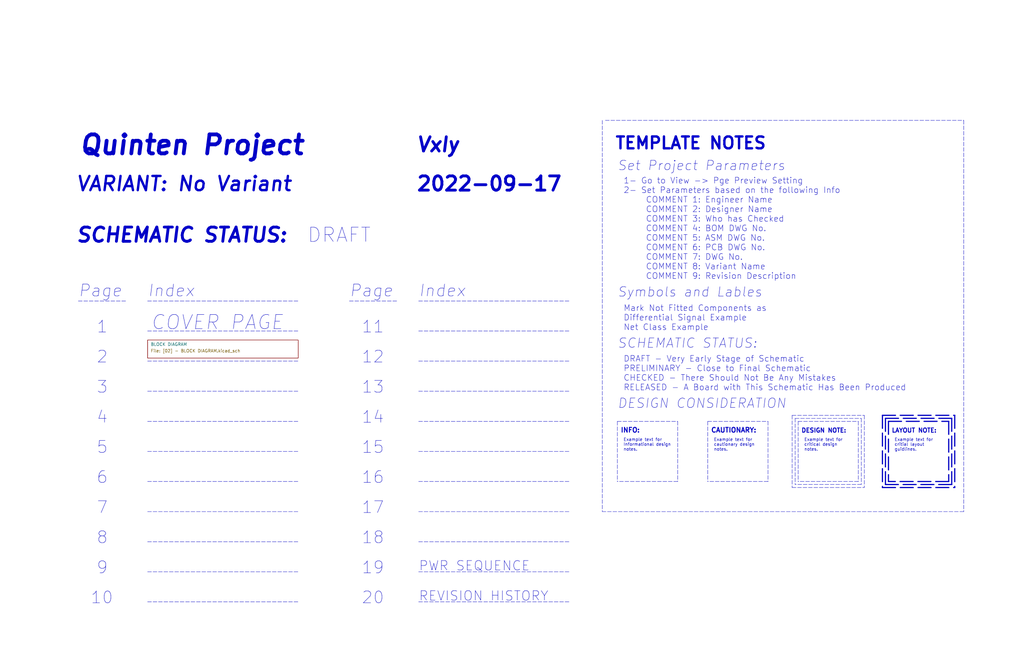
<source format=kicad_sch>
(kicad_sch (version 20211123) (generator eeschema)
  (paper "B")
  (title_block (title "Quinten Project") (date "2022-09-17") (rev "VxIy") (company "Siavash Taher Parvar") (comment 1 "Siavash Taher Parvar") (comment 2 "Siavash Taher Parvar") (comment 3 "Siavash Taher Parvar") (comment 4 "PT_091722_2") (comment 5 "PT_091722_3") (comment 6 "PT_091722_4") (comment 7 "PT_091722_1") (comment 8 "No Variant") (comment 9 "N/A"))
  (lib_symbols)
  (polyline (pts (xy 62.23 190.5) (xy 125.73 190.5)))
  (polyline (pts (xy 62.23 254) (xy 125.73 254)))
  (polyline (pts (xy 406.4 50.8) (xy 406.4 215.9)))
  (polyline (pts (xy 373.38 176.53) (xy 401.32 176.53)) (stroke (width 0.5)))
  (polyline (pts (xy 374.65 177.8) (xy 400.05 177.8)) (stroke (width 0.5)))
  (polyline (pts (xy 62.23 152.4) (xy 125.73 152.4)))
  (polyline (pts (xy 62.23 228.6) (xy 125.73 228.6)))
  (polyline (pts (xy 62.23 241.3) (xy 125.73 241.3)))
  (polyline (pts (xy 33.02 127) (xy 53.34 127)))
  (polyline (pts (xy 323.85 203.2) (xy 298.45 203.2)))
  (polyline (pts (xy 176.53 215.9) (xy 240.03 215.9)))
  (polyline (pts (xy 372.11 175.26) (xy 372.11 205.74)) (stroke (width 0.5)))
  (polyline (pts (xy 363.22 204.47) (xy 335.28 204.47)))
  (polyline (pts (xy 176.53 190.5) (xy 240.03 190.5)))
  (polyline (pts (xy 336.55 177.8) (xy 336.55 203.2)))
  (polyline (pts (xy 401.32 176.53) (xy 401.32 204.47)) (stroke (width 0.5)))
  (polyline (pts (xy 62.23 215.9) (xy 125.73 215.9)))
  (polyline (pts (xy 176.53 203.2) (xy 240.03 203.2)))
  (polyline (pts (xy 334.01 205.74) (xy 364.49 205.74)))
  (polyline (pts (xy 323.85 177.8) (xy 323.85 203.2)))
  (polyline (pts (xy 335.28 176.53) (xy 335.28 204.47)))
  (polyline (pts (xy 62.23 177.8) (xy 125.73 177.8)))
  (polyline (pts (xy 372.11 205.74) (xy 402.59 205.74)) (stroke (width 0.5)))
  (polyline (pts (xy 176.53 139.7) (xy 240.03 139.7)))
  (polyline (pts (xy 176.53 152.4) (xy 240.03 152.4)))
  (polyline (pts (xy 402.59 175.26) (xy 402.59 205.74)) (stroke (width 0.5)))
  (polyline (pts (xy 336.55 177.8) (xy 361.95 177.8)))
  (polyline (pts (xy 260.35 177.8) (xy 285.75 177.8)))
  (polyline (pts (xy 334.01 175.26) (xy 364.49 175.26)))
  (polyline (pts (xy 373.38 176.53) (xy 373.38 204.47)) (stroke (width 0.5)))
  (polyline (pts (xy 335.28 176.53) (xy 363.22 176.53)))
  (polyline (pts (xy 176.53 228.6) (xy 240.03 228.6)))
  (polyline (pts (xy 374.65 177.8) (xy 374.65 203.2)) (stroke (width 0.5)))
  (polyline (pts (xy 285.75 203.2) (xy 260.35 203.2)))
  (polyline (pts (xy 364.49 175.26) (xy 364.49 205.74)))
  (polyline (pts (xy 400.05 177.8) (xy 400.05 203.2)) (stroke (width 0.5)))
  (polyline (pts (xy 361.95 177.8) (xy 361.95 203.2)))
  (polyline (pts (xy 363.22 176.53) (xy 363.22 204.47)))
  (polyline (pts (xy 147.32 127) (xy 167.64 127)))
  (polyline (pts (xy 401.32 204.47) (xy 373.38 204.47)) (stroke (width 0.5)))
  (polyline (pts (xy 255.27 50.8) (xy 406.4 50.8)))
  (polyline (pts (xy 298.45 177.8) (xy 323.85 177.8)))
  (polyline (pts (xy 298.45 177.8) (xy 298.45 203.2)))
  (polyline (pts (xy 62.23 203.2) (xy 125.73 203.2)))
  (polyline (pts (xy 400.05 203.2) (xy 374.65 203.2)) (stroke (width 0.5)))
  (polyline (pts (xy 406.4 215.9) (xy 254 215.9)))
  (polyline (pts (xy 285.75 177.8) (xy 285.75 203.2)))
  (polyline (pts (xy 176.53 177.8) (xy 240.03 177.8)))
  (polyline (pts (xy 176.53 127) (xy 240.03 127)))
  (polyline (pts (xy 372.11 175.26) (xy 402.59 175.26)) (stroke (width 0.5)))
  (polyline (pts (xy 176.53 241.3) (xy 240.03 241.3)))
  (polyline (pts (xy 260.35 177.8) (xy 260.35 203.2)))
  (polyline (pts (xy 176.53 165.1) (xy 240.03 165.1)))
  (polyline (pts (xy 62.23 139.7) (xy 125.73 139.7)))
  (polyline (pts (xy 254 50.8) (xy 254 215.9)))
  (polyline (pts (xy 361.95 203.2) (xy 336.55 203.2)))
  (polyline (pts (xy 176.53 254) (xy 240.03 254)))
  (polyline (pts (xy 62.23 127) (xy 125.73 127)))
  (polyline (pts (xy 62.23 165.1) (xy 125.73 165.1)))
  (polyline (pts (xy 334.01 175.26) (xy 334.01 205.74)))
  (text "9" (at 40.64 242.57 0) (effects (font (size 5 5)) (justify left bottom)))
  (text "12" (at 152.4 153.67 0) (effects (font (size 5 5)) (justify left bottom)))
  (text "CAUTIONARY:" (at 299.72 182.88 0) (effects (font (size 2 2) bold) (justify left bottom)))
  (text "10" (at 38.1 255.27 0) (effects (font (size 5 5)) (justify left bottom)))
  (text "DESIGN CONSIDERATION" (at 260.35 172.72 0) (effects (font (size 4 4) italic) (justify left bottom)))
  (text "Set Project Parameters" (at 260.35 72.39 0) (effects (font (size 4 4) italic) (justify left bottom)))
  (text "17" (at 152.4 217.17 0) (effects (font (size 5 5)) (justify left bottom)))
  (text "${ISSUE_DATE}" (at 175.26 81.28 0) (effects (font (size 6 6) bold) (justify left bottom)))
  (text "7" (at 40.64 217.17 0) (effects (font (size 5 5)) (justify left bottom)))
  (text "REVISION HISTORY" (at 176.53 254 0) (effects (font (size 4 4)) (justify left bottom)))
  (text "18" (at 152.4 229.87 0) (effects (font (size 5 5)) (justify left bottom)))
  (text "DRAFT - Very Early Stage of Schematic\nPRELIMINARY - Close to Final Schematic\nCHECKED - There Should Not Be Any Mistakes\nRELEASED - A Board with This Schematic Has Been Produced" (at 262.89 165.1 0) (effects (font (size 2.5 2.5)) (justify left bottom)))
  (text "Page" (at 33.02 125.73 0) (effects (font (size 5 5) italic) (justify left bottom)))
  (text "Example text for\ncritial layout\nguidlines." (at 377.19 190.5 0) (effects (font (size 1.27 1.27)) (justify left bottom)))
  (text "3" (at 40.64 166.37 0) (effects (font (size 5 5)) (justify left bottom)))
  (text "5" (at 40.64 191.77 0) (effects (font (size 5 5)) (justify left bottom)))
  (text "16" (at 152.4 204.47 0) (effects (font (size 5 5)) (justify left bottom)))
  (text "2\n" (at 40.64 153.67 0) (effects (font (size 5 5)) (justify left bottom)))
  (text "6" (at 40.64 204.47 0) (effects (font (size 5 5)) (justify left bottom)))
  (text "14" (at 152.4 179.07 0) (effects (font (size 5 5)) (justify left bottom)))
  (text "11" (at 152.4 140.97 0) (effects (font (size 5 5)) (justify left bottom)))
  (text "DRAFT" (at 129.54 102.87 0) (effects (font (size 6 6)) (justify left bottom)))
  (text "${REVISION}" (at 175.26 64.77 0) (effects (font (size 6 6) bold italic) (justify left bottom)))
  (text "19" (at 152.4 242.57 0) (effects (font (size 5 5)) (justify left bottom)))
  (text "1" (at 40.64 140.97 0) (effects (font (size 5 5)) (justify left bottom)))
  (text "Index" (at 62.23 125.73 0) (effects (font (size 5 5) italic) (justify left bottom)))
  (text "SCHEMATIC STATUS: " (at 31.75 102.87 0) (effects (font (size 6 6) (thickness 1.2) bold italic) (justify left bottom)))
  (text "15" (at 152.4 191.77 0) (effects (font (size 5 5)) (justify left bottom)))
  (text "Example text for\ncritical design \nnotes." (at 339.09 190.5 0) (effects (font (size 1.27 1.27)) (justify left bottom)))
  (text "INFO:" (at 261.62 182.88 0) (effects (font (size 2 2) (thickness 0.4) bold) (justify left bottom)))
  (text "PWR SEQUENCE" (at 176.53 241.3 0) (effects (font (size 4 4)) (justify left bottom)))
  (text "Index" (at 176.53 125.73 0) (effects (font (size 5 5) italic) (justify left bottom)))
  (text "4" (at 40.64 179.07 0) (effects (font (size 5 5)) (justify left bottom)))
  (text "COVER PAGE" (at 63.5 139.7 0) (effects (font (size 6 6) italic) (justify left bottom)))
  (text "DESIGN NOTE:" (at 337.82 182.88 0) (effects (font (size 1.8 1.8) bold) (justify left bottom)))
  (text "20" (at 152.4 255.27 0) (effects (font (size 5 5)) (justify left bottom)))
  (text "VARIANT: ${COMMENT8}" (at 31.75 81.28 0) (effects (font (size 6 6) (thickness 1) bold italic) (justify left bottom)))
  (text "LAYOUT NOTE:" (at 375.92 182.88 0) (effects (font (size 1.8 1.8) bold) (justify left bottom)))
  (text "TEMPLATE NOTES" (at 259.08 63.5 0) (effects (font (size 5 5) bold) (justify left bottom)))
  (text "13" (at 152.4 166.37 0) (effects (font (size 5 5)) (justify left bottom)))
  (text "1- Go to View -> Pge Preview Setting\n2- Set Parameters based on the following Info\n	COMMENT 1: Engineer Name\n	COMMENT 2: Designer Name\n	COMMENT 3: Who has Checked\n	COMMENT 4: BOM DWG No.\n	COMMENT 5: ASM DWG No.\n	COMMENT 6: PCB DWG No.\n	COMMENT 7: DWG No.\n	COMMENT 8: Variant Name\n	COMMENT 9: Revision Description " (at 262.89 118.11 0) (effects (font (size 2.5 2.5)) (justify left bottom)))
  (text "SCHEMATIC STATUS:" (at 260.35 147.32 0) (effects (font (size 4 4) italic) (justify left bottom)))
  (text "Example text for\ncautionary design\nnotes." (at 300.99 190.5 0) (effects (font (size 1.27 1.27)) (justify left bottom)))
  (text "8" (at 40.64 229.87 0) (effects (font (size 5 5)) (justify left bottom)))
  (text "Page" (at 147.32 125.73 0) (effects (font (size 5 5) italic) (justify left bottom)))
  (text "Example text for\nInformational design\nnotes." (at 262.89 190.5 0) (effects (font (size 1.27 1.27)) (justify left bottom)))
  (text "${TITLE}" (at 33.02 66.04 0) (effects (font (size 8 8) (thickness 1.6) bold italic) (justify left bottom)))
  (text "Symbols and Lables" (at 260.35 125.73 0) (effects (font (size 4 4) italic) (justify left bottom)))
  (text "Mark Not Fitted Components as\nDifferential Signal Example\nNet Class Example" (at 262.89 139.7 0) (effects (font (size 2.5 2.5)) (justify left bottom)))
  (sheet (at 62.23 143.51) (size 63.5 7.62) (stroke (width 0.1524))
    (property "Sheet name" "BLOCK DIAGRAM" (at 63.5 146.05 0) (effects (justify left bottom)))
    (property "Sheet file" "[02] - BLOCK DIAGRAM.kicad_sch" (at 63.5 147.32 0) (effects (justify left top)))
  )
)
</source>
